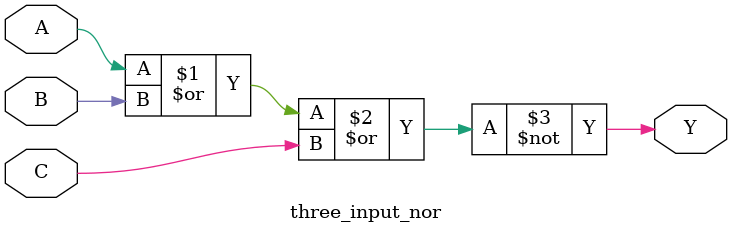
<source format=v>
module three_input_nor (
  input A,
  input B,
  input C,
  output Y
);

  assign Y = ~(A | B | C);

endmodule
</source>
